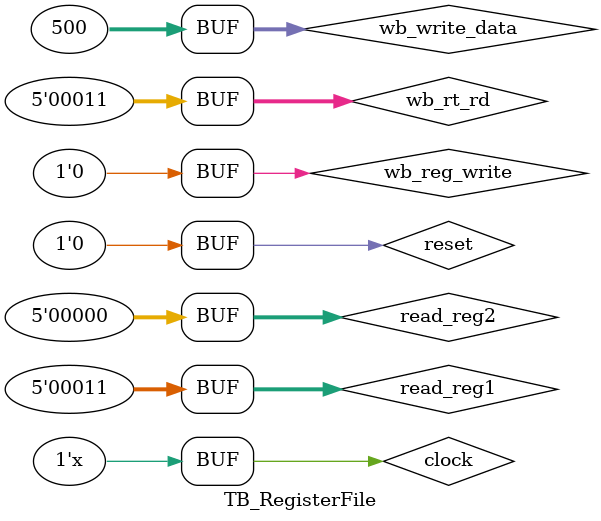
<source format=v>
`timescale 1ns / 1ps

module TB_RegisterFile ();
    reg         clock;
    reg [2:0]   result;

    //Module Inputs
    reg         reset;
    reg [4:0]   read_reg1;
    reg [4:0]   read_reg2;
    reg [4:0]   wb_rt_rd;
    reg         wb_reg_write;
    reg [31:0]  wb_write_data;

    //Module Outputs
    wire [31:0] id_reg1_data;
    wire [31:0] id_reg2_data;

    RegisterFile RegisterAccess (
        .clock          (clock),
        .reset          (reset),

        .read_reg1      (read_reg1),
        .read_reg2      (read_reg2),

        .wb_reg_write   (wb_reg_write),
        .wb_rt_rd       (wb_rt_rd),
        .wb_write_data  (wb_write_data),

        .id_reg1_data   (id_reg1_data),
        .id_reg2_data   (id_reg2_data)
    );

    initial begin
        clock = 1;
    end

    always #10 clock = ~clock;

    initial begin
        reset <= 0;
        result <= 3'd0;

        //Write 500 to Register 3
        read_reg1       <= 5'd3;
        read_reg2       <= 5'd0;

        wb_reg_write    <= 1'd1;
        wb_rt_rd        <= 5'd3;
        wb_write_data   <= 32'd500;

        #20
        //Checks if 500 were saved
        read_reg1       <= 5'd3;
        read_reg2       <= 5'd0;
        //Signal of write is down, it should not save 500
        wb_reg_write    <= 1'd0;
        wb_rt_rd        <= 5'd4;
        wb_write_data   <= 32'd500;

        #10
        if (id_reg1_data == 32'd500)
            result[0] <= 1;

        #10
        //Read Reg 4, it shouldn't have store 500
        read_reg1       <= 5'd4;
        read_reg2       <= 5'd0;
        //Attempt to write in Reg 0
        wb_reg_write    <= 1'd1;
        wb_rt_rd        <= 5'd0;
        wb_write_data   <= 32'd500;
        
        #10
        if (id_reg1_data == 32'd0)
            result[1] <= 1;

        #10
        //Checks if reg 0 were changed, read 2 registers at once
        read_reg1       <= 5'd3;
        read_reg2       <= 5'd0;

        wb_reg_write    <= 1'd0;
        wb_rt_rd        <= 5'd3;
        wb_write_data   <= 32'd500;

        #10
        if (id_reg1_data == 32'd500 & id_reg2_data == 32'd0)
            result[2] <= 1;

        #20

        if (result == 3'd7)
            $display("All Tests Passed");
        else
            $display("Some tests didn't pass");

    end

endmodule // TB_RegisterFile

</source>
